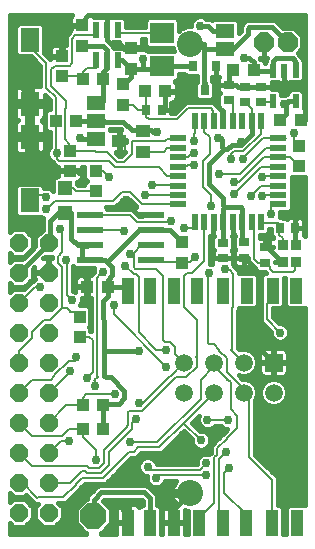
<source format=gtl>
G75*
%MOIN*%
%OFA0B0*%
%FSLAX24Y24*%
%IPPOS*%
%LPD*%
%AMOC8*
5,1,8,0,0,1.08239X$1,22.5*
%
%ADD10R,0.0866X0.0236*%
%ADD11R,0.0450X0.0400*%
%ADD12R,0.0433X0.0394*%
%ADD13R,0.0413X0.0425*%
%ADD14R,0.0591X0.0591*%
%ADD15C,0.0591*%
%ADD16R,0.0425X0.0413*%
%ADD17R,0.0394X0.0433*%
%ADD18R,0.0787X0.0709*%
%ADD19R,0.0276X0.0354*%
%ADD20OC8,0.0660*%
%ADD21OC8,0.0600*%
%ADD22R,0.0200X0.0580*%
%ADD23R,0.0580X0.0200*%
%ADD24R,0.0354X0.0276*%
%ADD25R,0.0472X0.0472*%
%ADD26R,0.0630X0.0787*%
%ADD27R,0.0217X0.0472*%
%ADD28R,0.0630X0.0460*%
%ADD29C,0.0868*%
%ADD30R,0.0220X0.0520*%
%ADD31R,0.0310X0.0350*%
%ADD32R,0.0420X0.0860*%
%ADD33OC8,0.0850*%
%ADD34R,0.0335X0.0374*%
%ADD35C,0.0160*%
%ADD36C,0.0080*%
%ADD37C,0.0300*%
D10*
X005824Y014301D03*
X005824Y014801D03*
X005824Y015301D03*
X005824Y015801D03*
X007871Y015801D03*
X007871Y015301D03*
X007871Y014801D03*
X007871Y014301D03*
D11*
X007610Y017919D03*
X007610Y018619D03*
X006810Y018269D03*
D12*
X006020Y017261D03*
X006020Y016592D03*
X005162Y017279D03*
X005162Y017949D03*
X004891Y020428D03*
X004891Y021097D03*
X007653Y019925D03*
X008322Y019925D03*
X008899Y014889D03*
X008899Y014219D03*
X012793Y017433D03*
X012793Y018102D03*
D13*
X012862Y018986D03*
X012173Y018986D03*
X011294Y020640D03*
X010605Y020640D03*
X006419Y013417D03*
X005730Y013417D03*
D14*
X011949Y010885D03*
D15*
X011949Y009885D03*
X010949Y009885D03*
X010949Y010885D03*
X009949Y010885D03*
X009949Y009885D03*
X008949Y009885D03*
X008949Y010885D03*
D16*
X007184Y020684D03*
X007184Y021373D03*
X005569Y021434D03*
X005569Y022123D03*
D17*
X005589Y020339D03*
X006259Y020339D03*
X006931Y020155D03*
X006931Y019485D03*
X005350Y018944D03*
X004681Y018944D03*
X005482Y012413D03*
X005482Y011743D03*
X005600Y009465D03*
X005596Y008660D03*
X006265Y008660D03*
X006270Y009465D03*
D18*
X008228Y020770D03*
X008228Y021872D03*
D19*
X008214Y019304D03*
X007702Y019304D03*
X012149Y015378D03*
X012661Y015378D03*
D20*
X012421Y021557D03*
X011633Y021557D03*
D21*
X004457Y014874D03*
X004457Y013874D03*
X004457Y012874D03*
X004457Y011874D03*
X004457Y010874D03*
X004457Y009874D03*
X004457Y008874D03*
X004457Y007874D03*
X004457Y006874D03*
X004457Y005874D03*
X003457Y005874D03*
X003457Y006874D03*
X003457Y007874D03*
X003457Y008874D03*
X003457Y009874D03*
X003457Y010874D03*
X003457Y011874D03*
X003457Y012874D03*
X003457Y013874D03*
X003457Y014874D03*
D22*
X009327Y015586D03*
X009637Y015586D03*
X009957Y015586D03*
X010267Y015586D03*
X010587Y015586D03*
X010897Y015586D03*
X011217Y015586D03*
X011527Y015586D03*
X011527Y018926D03*
X011217Y018926D03*
X010897Y018926D03*
X010587Y018926D03*
X010267Y018926D03*
X009957Y018926D03*
X009637Y018926D03*
X009327Y018926D03*
D23*
X008757Y018356D03*
X008757Y018046D03*
X008757Y017726D03*
X008757Y017416D03*
X008757Y017096D03*
X008757Y016786D03*
X008757Y016466D03*
X008757Y016156D03*
X012097Y016156D03*
X012097Y016466D03*
X012097Y016786D03*
X012097Y017096D03*
X012097Y017416D03*
X012097Y017726D03*
X012097Y018046D03*
X012097Y018356D03*
D24*
X011528Y019568D03*
X011528Y020080D03*
X010995Y020071D03*
X010995Y019559D03*
X010448Y019631D03*
X010448Y020143D03*
X010249Y014874D03*
X010249Y014362D03*
X010973Y014383D03*
X010973Y014895D03*
X011656Y014724D03*
X011656Y014213D03*
D25*
X005007Y015869D03*
X005007Y016696D03*
D26*
X003819Y016288D03*
X003819Y018414D03*
X003820Y019519D03*
X003820Y021645D03*
D27*
X011934Y020616D03*
X012308Y020616D03*
X012682Y020616D03*
X012682Y019592D03*
X011934Y019592D03*
D28*
X010314Y021346D03*
X010314Y021946D03*
X006030Y019530D03*
X006030Y018930D03*
X006030Y018330D03*
D29*
X009173Y021499D03*
X009173Y006551D03*
D30*
X006764Y020960D03*
X006394Y020960D03*
X006024Y020960D03*
X006024Y021980D03*
X006394Y021980D03*
X006764Y021980D03*
D31*
X009272Y020758D03*
X009652Y019958D03*
X010032Y020758D03*
D32*
X010252Y013286D03*
X011076Y013286D03*
X011914Y013286D03*
X012701Y013286D03*
X009402Y013286D03*
X008614Y013286D03*
X007827Y013286D03*
X007102Y013286D03*
X007102Y005549D03*
X007827Y005549D03*
X008614Y005549D03*
X009464Y005549D03*
X010252Y005549D03*
X011039Y005549D03*
X011889Y005549D03*
X012727Y005549D03*
D33*
X005946Y005766D03*
D34*
X012247Y014225D03*
X012700Y014225D03*
X012700Y014795D03*
X012247Y014795D03*
D35*
X003160Y005520D02*
X003160Y005186D01*
X005698Y005186D01*
X005361Y005524D01*
X005361Y006008D01*
X005703Y006351D01*
X005730Y006351D01*
X005730Y006366D01*
X005766Y006454D01*
X005834Y006521D01*
X006074Y006761D01*
X006162Y006798D01*
X007689Y006798D01*
X007778Y006761D01*
X007845Y006694D01*
X008030Y006509D01*
X008067Y006420D01*
X008067Y006139D01*
X008103Y006139D01*
X008197Y006046D01*
X008197Y005186D01*
X008224Y005186D01*
X008224Y005524D01*
X008589Y005524D01*
X008589Y005574D01*
X008224Y005574D01*
X008224Y006003D01*
X008237Y006049D01*
X008260Y006090D01*
X008294Y006123D01*
X008335Y006147D01*
X008381Y006159D01*
X008589Y006159D01*
X008589Y005574D01*
X008639Y005574D01*
X009004Y005574D01*
X009004Y005960D01*
X009029Y005952D01*
X009094Y005941D01*
X009094Y005186D01*
X009004Y005186D01*
X009004Y005524D01*
X008639Y005524D01*
X008639Y005574D01*
X008639Y006159D01*
X008698Y006159D01*
X008648Y006229D01*
X008604Y006315D01*
X008574Y006407D01*
X008561Y006486D01*
X009108Y006486D01*
X009108Y006615D01*
X008561Y006615D01*
X008574Y006694D01*
X008604Y006786D01*
X008648Y006872D01*
X008698Y006942D01*
X008325Y006942D01*
X008288Y006854D01*
X008201Y006767D01*
X008087Y006720D01*
X007964Y006720D01*
X007850Y006767D01*
X007763Y006854D01*
X007716Y006968D01*
X007716Y007092D01*
X007721Y007104D01*
X007692Y007104D01*
X007578Y007151D01*
X007491Y007238D01*
X007444Y007352D01*
X007444Y007476D01*
X007491Y007590D01*
X007578Y007677D01*
X007692Y007724D01*
X007815Y007724D01*
X007929Y007677D01*
X008016Y007590D01*
X008053Y007502D01*
X009396Y007502D01*
X009396Y007588D01*
X009443Y007702D01*
X009530Y007789D01*
X009644Y007836D01*
X009767Y007836D01*
X009788Y007827D01*
X009858Y007897D01*
X009858Y008105D01*
X009975Y008222D01*
X010210Y008457D01*
X010210Y008465D01*
X010258Y008513D01*
X010299Y008568D01*
X010315Y008571D01*
X010409Y008664D01*
X010372Y008664D01*
X010258Y008711D01*
X010187Y008782D01*
X009984Y008782D01*
X009921Y008719D01*
X009807Y008672D01*
X009684Y008672D01*
X009570Y008719D01*
X009483Y008806D01*
X009436Y008920D01*
X009436Y009044D01*
X009459Y009101D01*
X009232Y008874D01*
X009502Y008604D01*
X009591Y008604D01*
X009705Y008557D01*
X009792Y008470D01*
X009840Y008356D01*
X009840Y008232D01*
X009792Y008118D01*
X009705Y008031D01*
X009591Y007984D01*
X009468Y007984D01*
X009354Y008031D01*
X009267Y008118D01*
X009220Y008232D01*
X009220Y008321D01*
X008950Y008591D01*
X008338Y007979D01*
X008338Y007979D01*
X008220Y007862D01*
X007524Y007862D01*
X007458Y007796D01*
X007441Y007755D01*
X007402Y007740D01*
X007372Y007710D01*
X007348Y007710D01*
X007332Y007694D01*
X007288Y007694D01*
X007247Y007678D01*
X007209Y007694D01*
X007204Y007694D01*
X006363Y006852D01*
X006348Y006838D01*
X005652Y006838D01*
X005554Y006739D01*
X005554Y006731D01*
X005546Y006724D01*
X005505Y006683D01*
X005464Y006628D01*
X005448Y006625D01*
X005436Y006614D01*
X005436Y006614D01*
X005028Y006206D01*
X004775Y006206D01*
X004917Y006064D01*
X004917Y005683D01*
X004647Y005414D01*
X004266Y005414D01*
X003997Y005683D01*
X003997Y006064D01*
X004107Y006175D01*
X004059Y006182D01*
X003991Y006182D01*
X003979Y006193D01*
X003963Y006196D01*
X003922Y006251D01*
X003703Y006470D01*
X003647Y006414D01*
X003266Y006414D01*
X003160Y006520D01*
X003160Y006227D01*
X003266Y006334D01*
X003647Y006334D01*
X003917Y006064D01*
X003917Y005683D01*
X003647Y005414D01*
X003266Y005414D01*
X003160Y005520D01*
X003160Y005509D02*
X003171Y005509D01*
X003160Y005350D02*
X005534Y005350D01*
X005693Y005192D02*
X003160Y005192D01*
X003742Y005509D02*
X004171Y005509D01*
X004013Y005667D02*
X003900Y005667D01*
X003917Y005826D02*
X003997Y005826D01*
X003997Y005984D02*
X003917Y005984D01*
X003838Y006143D02*
X004075Y006143D01*
X003872Y006301D02*
X003680Y006301D01*
X003693Y006460D02*
X003713Y006460D01*
X003220Y006460D02*
X003160Y006460D01*
X003160Y006301D02*
X003233Y006301D01*
X004742Y005509D02*
X005376Y005509D01*
X005361Y005667D02*
X004900Y005667D01*
X004917Y005826D02*
X005361Y005826D01*
X005361Y005984D02*
X004917Y005984D01*
X004838Y006143D02*
X005495Y006143D01*
X005653Y006301D02*
X005123Y006301D01*
X005282Y006460D02*
X005772Y006460D01*
X005930Y006618D02*
X005440Y006618D01*
X005591Y006777D02*
X006110Y006777D01*
X006210Y006558D02*
X005970Y006318D01*
X005970Y005790D01*
X005946Y005766D01*
X006198Y005192D02*
X006712Y005192D01*
X006712Y005186D02*
X006193Y005186D01*
X006531Y005524D01*
X006531Y006008D01*
X006265Y006274D01*
X006309Y006318D01*
X007542Y006318D01*
X007587Y006273D01*
X007587Y006139D01*
X007551Y006139D01*
X007473Y006061D01*
X007456Y006090D01*
X007423Y006123D01*
X007381Y006147D01*
X007336Y006159D01*
X007127Y006159D01*
X007127Y005574D01*
X007077Y005574D01*
X007077Y005524D01*
X006712Y005524D01*
X006712Y005186D01*
X006712Y005350D02*
X006357Y005350D01*
X006515Y005509D02*
X006712Y005509D01*
X006712Y005574D02*
X007077Y005574D01*
X007077Y006159D01*
X006868Y006159D01*
X006823Y006147D01*
X006781Y006123D01*
X006748Y006090D01*
X006724Y006049D01*
X006712Y006003D01*
X006712Y005574D01*
X006712Y005667D02*
X006531Y005667D01*
X006531Y005826D02*
X006712Y005826D01*
X006712Y005984D02*
X006531Y005984D01*
X006396Y006143D02*
X006815Y006143D01*
X006722Y006190D02*
X007106Y005806D01*
X007106Y005550D01*
X007102Y005549D01*
X007077Y005667D02*
X007127Y005667D01*
X007127Y005826D02*
X007077Y005826D01*
X007077Y005984D02*
X007127Y005984D01*
X007127Y006143D02*
X007077Y006143D01*
X007389Y006143D02*
X007587Y006143D01*
X007559Y006301D02*
X006292Y006301D01*
X006210Y006558D02*
X007642Y006558D01*
X007827Y006373D01*
X007827Y005549D01*
X008197Y005509D02*
X008224Y005509D01*
X008224Y005667D02*
X008197Y005667D01*
X008197Y005826D02*
X008224Y005826D01*
X008224Y005984D02*
X008197Y005984D01*
X008362Y006038D02*
X008210Y006190D01*
X008327Y006143D02*
X008067Y006143D01*
X008067Y006301D02*
X008611Y006301D01*
X008589Y006143D02*
X008639Y006143D01*
X008546Y006038D02*
X008618Y005998D01*
X009170Y006550D01*
X009173Y006551D01*
X009094Y005826D02*
X009004Y005826D01*
X009004Y005667D02*
X009094Y005667D01*
X009094Y005509D02*
X009004Y005509D01*
X009004Y005350D02*
X009094Y005350D01*
X009094Y005192D02*
X009004Y005192D01*
X008618Y005550D02*
X008614Y005549D01*
X008618Y005550D02*
X008618Y005998D01*
X008639Y005984D02*
X008589Y005984D01*
X008546Y006038D02*
X008362Y006038D01*
X008589Y005826D02*
X008639Y005826D01*
X008639Y005667D02*
X008589Y005667D01*
X008224Y005350D02*
X008197Y005350D01*
X008197Y005192D02*
X008224Y005192D01*
X008051Y006460D02*
X008565Y006460D01*
X008562Y006618D02*
X007921Y006618D01*
X007841Y006777D02*
X007741Y006777D01*
X007729Y006935D02*
X006445Y006935D01*
X006604Y007094D02*
X007716Y007094D01*
X007485Y007252D02*
X006762Y007252D01*
X006921Y007411D02*
X007444Y007411D01*
X007482Y007569D02*
X007079Y007569D01*
X007390Y007728D02*
X009469Y007728D01*
X009396Y007569D02*
X008025Y007569D01*
X008244Y007886D02*
X009847Y007886D01*
X009858Y008045D02*
X009719Y008045D01*
X009827Y008203D02*
X009956Y008203D01*
X009837Y008362D02*
X010114Y008362D01*
X010263Y008520D02*
X009742Y008520D01*
X009668Y008679D02*
X009428Y008679D01*
X009470Y008837D02*
X009269Y008837D01*
X009354Y008996D02*
X009436Y008996D01*
X009021Y008520D02*
X008878Y008520D01*
X008720Y008362D02*
X009179Y008362D01*
X009232Y008203D02*
X008561Y008203D01*
X008403Y008045D02*
X009341Y008045D01*
X009823Y008679D02*
X010337Y008679D01*
X011404Y009976D02*
X011335Y010143D01*
X011207Y010271D01*
X011039Y010340D01*
X010910Y010340D01*
X010794Y010456D01*
X010858Y010430D01*
X011039Y010430D01*
X011207Y010499D01*
X011335Y010627D01*
X011404Y010794D01*
X011404Y010976D01*
X011335Y011143D01*
X011207Y011271D01*
X011039Y011340D01*
X010858Y011340D01*
X010810Y011320D01*
X010770Y011361D01*
X010770Y012611D01*
X010802Y012643D01*
X010802Y012696D01*
X011353Y012696D01*
X011446Y012790D01*
X011446Y013782D01*
X011353Y013876D01*
X010802Y013876D01*
X010802Y013929D01*
X010682Y014049D01*
X010639Y014091D01*
X010608Y014166D01*
X010599Y014175D01*
X010606Y014200D01*
X010606Y014362D01*
X010606Y014523D01*
X010594Y014569D01*
X010570Y014610D01*
X010549Y014632D01*
X010586Y014670D01*
X010586Y015078D01*
X010548Y015116D01*
X010587Y015116D01*
X010587Y015586D01*
X010587Y015586D01*
X010587Y015116D01*
X010653Y015116D01*
X010636Y015099D01*
X010636Y014691D01*
X010674Y014653D01*
X010652Y014631D01*
X010628Y014590D01*
X010616Y014544D01*
X010616Y014383D01*
X010973Y014383D01*
X010973Y014383D01*
X010616Y014383D01*
X010616Y014221D01*
X010628Y014176D01*
X010652Y014135D01*
X010685Y014101D01*
X010727Y014077D01*
X010772Y014065D01*
X010973Y014065D01*
X010973Y014383D01*
X011050Y014382D01*
X011082Y014382D01*
X011082Y014262D01*
X011282Y014062D01*
X011282Y013918D01*
X011306Y013894D01*
X011458Y013894D01*
X011498Y013854D01*
X011498Y013838D01*
X011522Y013766D01*
X011522Y011574D01*
X012290Y011574D01*
X012914Y012198D01*
X012914Y012342D01*
X012922Y012350D01*
X013000Y012324D02*
X012006Y012324D01*
X011922Y012409D02*
X012134Y012196D01*
X012223Y012196D01*
X012337Y012149D01*
X012424Y012062D01*
X012472Y011948D01*
X012472Y011824D01*
X012424Y011710D01*
X012337Y011623D01*
X012223Y011576D01*
X012100Y011576D01*
X011986Y011623D01*
X011899Y011710D01*
X011852Y011824D01*
X011852Y011913D01*
X011639Y012126D01*
X011522Y012243D01*
X011522Y012929D01*
X011544Y012951D01*
X011544Y013782D01*
X011638Y013876D01*
X011681Y013876D01*
X011642Y013915D01*
X011413Y013915D01*
X011319Y014008D01*
X011319Y014029D01*
X011253Y014096D01*
X011220Y014077D01*
X011174Y014065D01*
X010973Y014065D01*
X010973Y014383D01*
X010966Y014384D01*
X010696Y014384D01*
X010676Y014404D01*
X010616Y014454D01*
X010526Y014364D01*
X010256Y014364D01*
X010249Y014362D01*
X010249Y014362D01*
X009892Y014362D01*
X009892Y014523D01*
X009904Y014569D01*
X009928Y014610D01*
X009950Y014632D01*
X009912Y014670D01*
X009912Y015078D01*
X009951Y015116D01*
X009834Y015116D01*
X009834Y014187D01*
X009826Y014180D01*
X009847Y014180D01*
X009904Y014157D01*
X009892Y014200D01*
X009892Y014362D01*
X010249Y014362D01*
X010166Y014364D01*
X009976Y014364D01*
X009960Y014394D01*
X009938Y014438D01*
X009938Y014518D01*
X009890Y014566D01*
X009890Y015062D01*
X009914Y015086D01*
X009914Y015294D01*
X009954Y015334D01*
X009954Y015582D01*
X009957Y015586D01*
X010267Y015586D02*
X010266Y015662D01*
X010266Y015838D01*
X010274Y015846D01*
X010274Y016014D01*
X010314Y016054D01*
X010274Y016126D01*
X010274Y016358D01*
X009810Y016822D01*
X009810Y017518D01*
X010274Y017982D01*
X010282Y017990D01*
X010242Y018062D01*
X010242Y018286D01*
X010226Y018302D01*
X010098Y018374D01*
X010186Y018374D01*
X010282Y017990D02*
X010402Y017990D01*
X010554Y018142D01*
X010858Y018142D01*
X010898Y018182D01*
X010850Y018230D01*
X010898Y018182D02*
X011226Y018510D01*
X011226Y018670D01*
X011218Y018678D01*
X011218Y018854D01*
X011217Y018926D01*
X011216Y019004D01*
X011250Y020070D02*
X011074Y020070D01*
X010995Y020071D01*
X010994Y020070D01*
X010762Y020070D01*
X010690Y020142D01*
X010522Y020142D01*
X010448Y020143D01*
X010448Y020143D01*
X010091Y020143D01*
X010091Y020304D01*
X010103Y020350D01*
X010127Y020391D01*
X010139Y020403D01*
X010032Y020403D01*
X010032Y020758D01*
X010032Y020758D01*
X010034Y020750D01*
X010034Y020390D01*
X009994Y020318D01*
X009994Y020134D01*
X010186Y020134D01*
X010194Y020142D01*
X010370Y020142D01*
X010448Y020143D01*
X010448Y020483D01*
X010605Y020640D01*
X010448Y020143D02*
X010091Y020143D01*
X010091Y019981D01*
X010103Y019936D01*
X010127Y019894D01*
X010148Y019873D01*
X010111Y019835D01*
X010111Y019427D01*
X010142Y019396D01*
X010117Y019389D01*
X010028Y019478D01*
X009948Y019558D01*
X009015Y019558D01*
X008898Y019441D01*
X008647Y019190D01*
X008531Y019190D01*
X008531Y019304D01*
X008531Y019505D01*
X008520Y019548D01*
X008562Y019548D01*
X008608Y019560D01*
X008649Y019584D01*
X008682Y019618D01*
X008706Y019659D01*
X008718Y019704D01*
X008718Y019906D01*
X008340Y019906D01*
X008340Y019943D01*
X008718Y019943D01*
X008718Y020145D01*
X008706Y020191D01*
X008682Y020232D01*
X008659Y020256D01*
X008688Y020256D01*
X008782Y020349D01*
X008782Y020518D01*
X008957Y020518D01*
X008957Y020517D01*
X009050Y020423D01*
X009402Y020423D01*
X009402Y020264D01*
X009337Y020199D01*
X009337Y019717D01*
X009430Y019623D01*
X009873Y019623D01*
X009967Y019717D01*
X009967Y020199D01*
X009882Y020284D01*
X009882Y020403D01*
X010032Y020403D01*
X010032Y020758D01*
X010032Y020725D02*
X010032Y020725D01*
X010032Y020566D02*
X010032Y020566D01*
X010032Y020408D02*
X010032Y020408D01*
X010091Y020249D02*
X009917Y020249D01*
X009994Y020134D02*
X009994Y019630D01*
X009954Y019558D01*
X010202Y019310D01*
X010226Y019310D01*
X010258Y019278D01*
X010258Y019190D01*
X010266Y019182D01*
X010266Y019014D01*
X010267Y018926D01*
X010266Y018934D01*
X010111Y019457D02*
X010050Y019457D01*
X009954Y019558D02*
X009098Y019558D01*
X008810Y019846D01*
X008770Y019918D01*
X008586Y019918D01*
X008578Y019926D01*
X008323Y019926D01*
X008322Y019925D01*
X008322Y019412D01*
X008214Y019304D01*
X008531Y019304D01*
X008214Y019304D01*
X008214Y019304D01*
X008531Y019298D02*
X008755Y019298D01*
X008913Y019457D02*
X008531Y019457D01*
X008680Y019615D02*
X010111Y019615D01*
X010111Y019774D02*
X009967Y019774D01*
X009967Y019932D02*
X010105Y019932D01*
X010091Y020091D02*
X009967Y020091D01*
X009650Y020206D02*
X009650Y019958D01*
X009652Y019958D01*
X009650Y020206D02*
X009642Y020214D01*
X009642Y021334D01*
X010050Y021334D01*
X010058Y021342D01*
X010306Y021342D01*
X010314Y021346D01*
X010394Y021342D01*
X010610Y021342D01*
X011090Y021822D01*
X011090Y021998D01*
X011130Y022070D01*
X011906Y022070D01*
X012418Y021558D01*
X012421Y021557D01*
X012756Y021200D02*
X013000Y021200D01*
X013000Y021042D02*
X012892Y021042D01*
X012899Y021025D02*
X012877Y021078D01*
X012810Y021145D01*
X012756Y021199D01*
X012911Y021355D01*
X012911Y021760D01*
X012624Y022047D01*
X012268Y022047D01*
X012109Y022206D01*
X012042Y022273D01*
X011953Y022310D01*
X011143Y022310D01*
X011110Y022314D01*
X011096Y022310D01*
X011082Y022310D01*
X011050Y022297D01*
X011018Y022288D01*
X011007Y022279D01*
X010994Y022273D01*
X010970Y022249D01*
X010943Y022228D01*
X010936Y022216D01*
X010926Y022206D01*
X010913Y022175D01*
X010896Y022144D01*
X010886Y022134D01*
X010873Y022103D01*
X010857Y022073D01*
X010855Y022059D01*
X010850Y022046D01*
X010850Y022012D01*
X010846Y021978D01*
X010850Y021964D01*
X010850Y021921D01*
X010789Y021860D01*
X010789Y022242D01*
X010695Y022336D01*
X009932Y022336D01*
X009911Y022315D01*
X009825Y022350D01*
X009704Y022350D01*
X009681Y022373D01*
X009567Y022420D01*
X009444Y022420D01*
X009330Y022373D01*
X009243Y022286D01*
X009196Y022172D01*
X009196Y022093D01*
X009055Y022093D01*
X008836Y022003D01*
X008782Y021948D01*
X008782Y022293D01*
X008688Y022387D01*
X007768Y022387D01*
X007674Y022293D01*
X007674Y022070D01*
X007034Y022070D01*
X007034Y022306D01*
X006940Y022400D01*
X006587Y022400D01*
X006573Y022408D01*
X006527Y022420D01*
X006394Y022420D01*
X006394Y021980D01*
X006394Y021649D01*
X006394Y021649D01*
X006394Y021980D01*
X006394Y021980D01*
X006394Y021980D01*
X006394Y022054D01*
X006394Y022334D01*
X006522Y022462D01*
X011634Y022462D01*
X011634Y022390D01*
X011634Y022462D02*
X012562Y022462D01*
X012586Y022438D01*
X012626Y022366D01*
X012994Y021998D01*
X012994Y020198D01*
X012394Y020198D01*
X012362Y020230D01*
X012298Y020278D01*
X012298Y020358D01*
X012306Y020366D01*
X012306Y020614D01*
X012308Y020616D01*
X012308Y020200D01*
X012440Y020200D01*
X012485Y020212D01*
X012504Y020223D01*
X012507Y020220D01*
X012856Y020220D01*
X012950Y020313D01*
X012950Y020918D01*
X012914Y020955D01*
X012914Y020990D01*
X012899Y021025D01*
X012810Y021145D02*
X012810Y021145D01*
X012911Y021359D02*
X013000Y021359D01*
X013000Y021517D02*
X012911Y021517D01*
X012911Y021676D02*
X013000Y021676D01*
X013000Y021834D02*
X012837Y021834D01*
X012679Y021993D02*
X013000Y021993D01*
X013000Y022151D02*
X012164Y022151D01*
X011954Y022310D02*
X013000Y022310D01*
X013000Y022468D02*
X005898Y022468D01*
X005896Y022470D02*
X013000Y022470D01*
X013000Y019379D01*
X012950Y019379D01*
X012950Y019895D01*
X012856Y019988D01*
X012507Y019988D01*
X012413Y019895D01*
X012413Y019832D01*
X012388Y019832D01*
X012339Y019812D01*
X012220Y019812D01*
X012202Y019805D01*
X012202Y019895D01*
X012108Y019988D01*
X011885Y019988D01*
X011885Y020080D01*
X011885Y020220D01*
X012108Y020220D01*
X012111Y020223D01*
X012130Y020212D01*
X012176Y020200D01*
X012308Y020200D01*
X012308Y020616D01*
X012308Y020616D01*
X012308Y020566D02*
X012308Y020566D01*
X012308Y020408D02*
X012308Y020408D01*
X012298Y020278D02*
X012098Y020078D01*
X011610Y020078D01*
X011528Y020080D01*
X011885Y020080D01*
X011528Y020080D01*
X011528Y020080D01*
X011522Y020078D01*
X011258Y020078D01*
X011250Y020070D01*
X011318Y020616D02*
X011294Y020640D01*
X011298Y020718D01*
X011298Y020894D01*
X011146Y021046D01*
X010954Y021046D01*
X011318Y020616D02*
X011934Y020616D01*
X011930Y020622D01*
X011930Y020934D01*
X012026Y021030D01*
X012586Y021030D01*
X012674Y020942D01*
X012674Y020878D01*
X012682Y020870D01*
X012682Y020622D01*
X012682Y020616D01*
X012950Y020566D02*
X013000Y020566D01*
X013000Y020408D02*
X012950Y020408D01*
X013000Y020249D02*
X012886Y020249D01*
X012994Y020198D02*
X012994Y020022D01*
X012922Y020022D01*
X012982Y019962D01*
X012982Y018986D01*
X012994Y018974D01*
X013000Y018981D02*
X012885Y018981D01*
X012885Y018963D02*
X012885Y019009D01*
X013000Y019009D01*
X013000Y018963D01*
X012885Y018963D01*
X012862Y018986D02*
X012982Y018986D01*
X013000Y019457D02*
X012950Y019457D01*
X012950Y019615D02*
X013000Y019615D01*
X013000Y019774D02*
X012950Y019774D01*
X012913Y019932D02*
X013000Y019932D01*
X013000Y020091D02*
X011885Y020091D01*
X012165Y019932D02*
X012451Y019932D01*
X012308Y020249D02*
X012308Y020249D01*
X012436Y019592D02*
X012362Y019518D01*
X012362Y019502D01*
X012282Y019502D01*
X012362Y019502D02*
X012362Y019174D01*
X012173Y018986D01*
X012436Y019592D02*
X012682Y019592D01*
X012950Y020725D02*
X013000Y020725D01*
X013000Y020883D02*
X012950Y020883D01*
X011717Y021047D02*
X011690Y020982D01*
X011690Y020943D01*
X011665Y020918D01*
X011665Y020856D01*
X011661Y020856D01*
X011661Y020919D01*
X011567Y021013D01*
X011508Y021013D01*
X011501Y021030D01*
X011484Y021047D01*
X011633Y021047D01*
X011633Y021557D01*
X011633Y021557D01*
X011633Y021047D01*
X011717Y021047D01*
X011714Y021042D02*
X011489Y021042D01*
X011633Y021200D02*
X011633Y021200D01*
X011633Y021359D02*
X011633Y021359D01*
X011633Y021517D02*
X011633Y021517D01*
X011661Y020883D02*
X011665Y020883D01*
X010900Y022151D02*
X010789Y022151D01*
X010789Y021993D02*
X010847Y021993D01*
X010721Y022310D02*
X011081Y022310D01*
X010314Y021946D02*
X010306Y021942D01*
X009946Y021942D01*
X009778Y022110D01*
X009506Y022110D01*
X009267Y022310D02*
X008765Y022310D01*
X008782Y022151D02*
X009196Y022151D01*
X008826Y021993D02*
X008782Y021993D01*
X008588Y021358D02*
X008619Y021284D01*
X007768Y021284D01*
X007765Y021282D01*
X007663Y021324D01*
X007577Y021324D01*
X007577Y021350D01*
X007207Y021350D01*
X007207Y021396D01*
X007577Y021396D01*
X007577Y021603D01*
X007564Y021649D01*
X007552Y021670D01*
X007674Y021670D01*
X007674Y021452D01*
X007768Y021358D01*
X008588Y021358D01*
X008447Y020770D02*
X008228Y020770D01*
X008142Y020684D01*
X007602Y020684D01*
X007602Y021014D01*
X007602Y020684D02*
X007184Y020684D01*
X006908Y020960D01*
X006764Y020960D01*
X006791Y021396D02*
X007161Y021396D01*
X007161Y021350D01*
X006970Y021350D01*
X006940Y021380D01*
X006620Y021380D01*
X006610Y021403D01*
X006589Y021454D01*
X006588Y021455D01*
X006503Y021540D01*
X006527Y021540D01*
X006573Y021552D01*
X006587Y021560D01*
X006587Y021560D01*
X006791Y021560D01*
X006791Y021396D01*
X006791Y021517D02*
X006526Y021517D01*
X006506Y021542D02*
X006402Y021646D01*
X006402Y021718D01*
X006394Y021726D01*
X006394Y021902D01*
X006394Y021980D01*
X006394Y022420D01*
X006260Y022420D01*
X006214Y022408D01*
X006200Y022400D01*
X005949Y022400D01*
X005926Y022440D01*
X005896Y022470D01*
X005778Y022462D02*
X005602Y022286D01*
X005602Y022198D01*
X005569Y022123D01*
X005562Y022126D01*
X005306Y022126D01*
X005090Y021910D01*
X005030Y021859D01*
X004938Y021766D01*
X004858Y021798D01*
X004810Y021798D01*
X004386Y022222D01*
X004314Y022262D01*
X003698Y022262D01*
X003626Y022270D01*
X003378Y022270D01*
X003162Y022054D01*
X003162Y020430D01*
X003818Y019774D01*
X003818Y019598D01*
X003820Y019519D01*
X003818Y019518D01*
X003818Y018414D01*
X003819Y018414D01*
X003818Y018334D01*
X003818Y018158D01*
X004218Y017758D01*
X004226Y017766D01*
X004218Y017758D02*
X004698Y017278D01*
X005082Y017278D01*
X005162Y017279D01*
X005242Y017278D01*
X005410Y017278D01*
X005586Y017102D01*
X005586Y016950D01*
X005594Y016950D01*
X005626Y016982D01*
X005626Y017022D01*
X005644Y016998D02*
X005715Y016926D01*
X005644Y016855D01*
X005644Y016790D01*
X005444Y016790D01*
X005404Y016831D01*
X005404Y016903D01*
X005448Y016915D01*
X005489Y016938D01*
X005522Y016972D01*
X005546Y017013D01*
X005558Y017059D01*
X005558Y017261D01*
X005180Y017261D01*
X005180Y017298D01*
X005558Y017298D01*
X005558Y017414D01*
X005644Y017414D01*
X005644Y016998D01*
X005644Y017079D02*
X005558Y017079D01*
X005558Y017238D02*
X005644Y017238D01*
X005644Y017396D02*
X005558Y017396D01*
X005458Y016921D02*
X005709Y016921D01*
X005143Y017261D02*
X004765Y017261D01*
X004765Y017092D01*
X004705Y017092D01*
X004611Y016998D01*
X004611Y016595D01*
X004553Y016653D01*
X004439Y016700D01*
X004316Y016700D01*
X004294Y016691D01*
X004294Y016748D01*
X004200Y016841D01*
X003438Y016841D01*
X003344Y016748D01*
X003344Y015828D01*
X003438Y015734D01*
X004200Y015734D01*
X004205Y015739D01*
X004273Y015710D01*
X004250Y015654D01*
X004250Y015317D01*
X003997Y015064D01*
X003997Y014753D01*
X003577Y014334D01*
X003266Y014334D01*
X003160Y014227D01*
X003160Y014520D01*
X003266Y014414D01*
X003647Y014414D01*
X003917Y014683D01*
X003917Y015064D01*
X003647Y015334D01*
X003266Y015334D01*
X003160Y015227D01*
X003160Y022470D01*
X005243Y022470D01*
X005213Y022440D01*
X005189Y022399D01*
X005177Y022353D01*
X005177Y022146D01*
X005546Y022146D01*
X005546Y022100D01*
X005177Y022100D01*
X005177Y021920D01*
X005132Y021875D01*
X005130Y021873D01*
X005093Y021836D01*
X005018Y021761D01*
X005018Y021505D01*
X005018Y021505D01*
X005018Y021474D01*
X004910Y021474D01*
X004910Y021116D01*
X004873Y021116D01*
X004873Y021474D01*
X004651Y021474D01*
X004605Y021462D01*
X004564Y021438D01*
X004531Y021405D01*
X004507Y021363D01*
X004495Y021318D01*
X004495Y021116D01*
X004873Y021116D01*
X004873Y021079D01*
X004495Y021079D01*
X004495Y021012D01*
X004295Y021211D01*
X004295Y022105D01*
X004202Y022199D01*
X003439Y022199D01*
X003345Y022105D01*
X003345Y021185D01*
X003439Y021092D01*
X003849Y021092D01*
X004170Y020771D01*
X004170Y020090D01*
X004159Y020093D01*
X003898Y020093D01*
X003898Y019597D01*
X004315Y019597D01*
X004315Y019809D01*
X004482Y019643D01*
X004482Y019320D01*
X004417Y019320D01*
X004324Y019226D01*
X004324Y018661D01*
X004417Y018567D01*
X004482Y018567D01*
X004482Y018068D01*
X004451Y018038D01*
X004404Y017924D01*
X004404Y017800D01*
X004451Y017686D01*
X004538Y017599D01*
X004544Y017597D01*
X004610Y017531D01*
X004634Y017507D01*
X004727Y017414D01*
X004765Y017414D01*
X004765Y017298D01*
X005143Y017298D01*
X005143Y017261D01*
X004765Y017238D02*
X003160Y017238D01*
X003160Y017396D02*
X004765Y017396D01*
X004727Y017414D02*
X004727Y017414D01*
X004727Y017414D01*
X004610Y017531D02*
X004610Y017531D01*
X004586Y017555D02*
X003160Y017555D01*
X003160Y017713D02*
X004440Y017713D01*
X004404Y017872D02*
X004237Y017872D01*
X004244Y017876D02*
X004278Y017909D01*
X004302Y017950D01*
X004314Y017996D01*
X004314Y018336D01*
X003896Y018336D01*
X003896Y017840D01*
X004158Y017840D01*
X004203Y017852D01*
X004244Y017876D01*
X004314Y018030D02*
X004448Y018030D01*
X004482Y018189D02*
X004314Y018189D01*
X004482Y018347D02*
X003896Y018347D01*
X003896Y018336D02*
X003896Y018491D01*
X003742Y018491D01*
X003742Y018946D01*
X003743Y018946D01*
X003743Y019442D01*
X003898Y019442D01*
X003898Y019597D01*
X003743Y019597D01*
X003743Y020093D01*
X003482Y020093D01*
X003436Y020081D01*
X003395Y020057D01*
X003361Y020024D01*
X003338Y019983D01*
X003325Y019937D01*
X003325Y019597D01*
X003743Y019597D01*
X003743Y019442D01*
X003325Y019442D01*
X003325Y019102D01*
X003338Y019056D01*
X003361Y019015D01*
X003395Y018982D01*
X003420Y018967D01*
X003394Y018951D01*
X003360Y018918D01*
X003336Y018877D01*
X003324Y018831D01*
X003324Y018491D01*
X003742Y018491D01*
X003742Y018336D01*
X003896Y018336D01*
X003896Y018189D02*
X003742Y018189D01*
X003742Y018336D02*
X003742Y017840D01*
X003480Y017840D01*
X003435Y017852D01*
X003394Y017876D01*
X003360Y017909D01*
X003336Y017950D01*
X003324Y017996D01*
X003324Y018336D01*
X003742Y018336D01*
X003742Y018347D02*
X003160Y018347D01*
X003160Y018189D02*
X003324Y018189D01*
X003324Y018030D02*
X003160Y018030D01*
X003160Y017872D02*
X003401Y017872D01*
X003742Y017872D02*
X003896Y017872D01*
X003896Y018030D02*
X003742Y018030D01*
X003742Y018506D02*
X003896Y018506D01*
X003896Y018491D02*
X003896Y018987D01*
X003898Y018987D01*
X003898Y019442D01*
X004315Y019442D01*
X004315Y019102D01*
X004303Y019056D01*
X004279Y019015D01*
X004246Y018982D01*
X004219Y018966D01*
X004244Y018951D01*
X004278Y018918D01*
X004302Y018877D01*
X004314Y018831D01*
X004314Y018491D01*
X003896Y018491D01*
X003896Y018664D02*
X003742Y018664D01*
X003742Y018823D02*
X003896Y018823D01*
X003896Y018981D02*
X003743Y018981D01*
X003743Y019140D02*
X003898Y019140D01*
X003898Y019298D02*
X003743Y019298D01*
X003743Y019457D02*
X003160Y019457D01*
X003160Y019615D02*
X003325Y019615D01*
X003325Y019774D02*
X003160Y019774D01*
X003160Y019932D02*
X003325Y019932D01*
X003472Y020091D02*
X003160Y020091D01*
X003160Y020249D02*
X004170Y020249D01*
X004169Y020091D02*
X004170Y020091D01*
X004170Y020408D02*
X003160Y020408D01*
X003160Y020566D02*
X004170Y020566D01*
X004170Y020725D02*
X003160Y020725D01*
X003160Y020883D02*
X004058Y020883D01*
X003899Y021042D02*
X003160Y021042D01*
X003160Y021200D02*
X003345Y021200D01*
X003345Y021359D02*
X003160Y021359D01*
X003160Y021517D02*
X003345Y021517D01*
X003345Y021676D02*
X003160Y021676D01*
X003160Y021834D02*
X003345Y021834D01*
X003345Y021993D02*
X003160Y021993D01*
X003160Y022151D02*
X003391Y022151D01*
X003160Y022310D02*
X005177Y022310D01*
X005177Y022151D02*
X004250Y022151D01*
X004295Y021993D02*
X005177Y021993D01*
X005130Y021873D02*
X005130Y021873D01*
X005091Y021834D02*
X004295Y021834D01*
X004295Y021676D02*
X005018Y021676D01*
X004938Y021766D02*
X004938Y021214D01*
X004891Y021097D01*
X004938Y021136D01*
X004910Y021200D02*
X004873Y021200D01*
X004873Y021359D02*
X004910Y021359D01*
X005018Y021517D02*
X004295Y021517D01*
X004295Y021359D02*
X004506Y021359D01*
X004495Y021200D02*
X004306Y021200D01*
X004465Y021042D02*
X004495Y021042D01*
X003898Y020091D02*
X003743Y020091D01*
X003743Y019932D02*
X003898Y019932D01*
X003898Y019774D02*
X003743Y019774D01*
X003743Y019615D02*
X003898Y019615D01*
X003898Y019457D02*
X004482Y019457D01*
X004482Y019615D02*
X004315Y019615D01*
X004315Y019774D02*
X004351Y019774D01*
X004315Y019298D02*
X004395Y019298D01*
X004324Y019140D02*
X004315Y019140D01*
X004324Y018981D02*
X004245Y018981D01*
X004314Y018823D02*
X004324Y018823D01*
X004314Y018664D02*
X004324Y018664D01*
X004314Y018506D02*
X004482Y018506D01*
X005350Y018944D02*
X005363Y018930D01*
X006030Y018930D01*
X006106Y018926D01*
X006282Y018926D01*
X006290Y018918D01*
X006938Y018918D01*
X007234Y018622D01*
X007610Y018622D01*
X007610Y018619D01*
X007690Y018622D01*
X007866Y018622D01*
X007914Y018574D01*
X008066Y018574D01*
X008718Y019774D02*
X009337Y019774D01*
X009337Y019932D02*
X008340Y019932D01*
X008718Y020091D02*
X009337Y020091D01*
X009386Y020249D02*
X008666Y020249D01*
X008782Y020408D02*
X009402Y020408D01*
X009272Y020758D02*
X008460Y020758D01*
X008447Y020770D01*
X007767Y021359D02*
X007207Y021359D01*
X007184Y021373D02*
X007106Y021374D01*
X006954Y021374D01*
X006786Y021542D01*
X006506Y021542D01*
X006589Y021454D02*
X006589Y021454D01*
X006386Y021318D02*
X006386Y021222D01*
X006394Y021214D01*
X006394Y021038D01*
X006394Y020960D01*
X006394Y020958D01*
X006394Y020710D01*
X006258Y020574D01*
X006258Y020414D01*
X006259Y020339D01*
X006259Y019607D01*
X006250Y019598D01*
X006098Y019598D01*
X006030Y019530D01*
X006505Y018678D02*
X006838Y018678D01*
X006867Y018649D01*
X006830Y018649D01*
X006830Y018289D01*
X007042Y018289D01*
X007042Y018249D01*
X006830Y018249D01*
X006830Y017889D01*
X006994Y017889D01*
X006871Y017766D01*
X006812Y017766D01*
X006689Y017889D01*
X006790Y017889D01*
X006790Y018249D01*
X006830Y018249D01*
X006830Y018289D01*
X006790Y018289D01*
X006790Y018649D01*
X006562Y018649D01*
X006516Y018637D01*
X006502Y018629D01*
X006501Y018630D01*
X006505Y018634D01*
X006505Y018678D01*
X006505Y018664D02*
X006852Y018664D01*
X006830Y018506D02*
X006790Y018506D01*
X006790Y018347D02*
X006830Y018347D01*
X006830Y018189D02*
X006790Y018189D01*
X006790Y018030D02*
X006830Y018030D01*
X006707Y017872D02*
X006976Y017872D01*
X006988Y016374D02*
X007079Y016374D01*
X007357Y016096D01*
X007359Y016082D01*
X007327Y016063D01*
X007294Y016030D01*
X007270Y015989D01*
X007263Y015963D01*
X007236Y015990D01*
X006412Y015990D01*
X006348Y016054D01*
X006483Y016054D01*
X006551Y016044D01*
X006564Y016054D01*
X006580Y016054D01*
X006604Y016078D01*
X006692Y016078D01*
X006988Y016374D01*
X007018Y016302D02*
X007018Y016246D01*
X007202Y016062D01*
X007242Y015990D01*
X007474Y015758D01*
X007578Y015758D01*
X007618Y015798D01*
X007866Y015798D01*
X007871Y015801D01*
X007871Y015301D02*
X007794Y015302D01*
X007618Y015302D01*
X007610Y015294D01*
X007458Y015294D01*
X007410Y015230D01*
X006406Y014226D01*
X006458Y014166D01*
X006570Y014054D01*
X006570Y013790D01*
X006418Y013638D01*
X006418Y013494D01*
X006419Y013417D01*
X006418Y013342D01*
X006418Y013094D01*
X006266Y012942D01*
X006266Y012358D01*
X006282Y012286D01*
X006282Y011278D01*
X007450Y011278D01*
X006530Y010390D02*
X006970Y009950D01*
X006970Y009694D01*
X006786Y009510D01*
X006346Y009510D01*
X006270Y009465D01*
X006274Y009542D01*
X006270Y009465D02*
X006274Y009462D01*
X006274Y008918D01*
X006266Y008910D01*
X006266Y008662D01*
X006265Y008660D01*
X006362Y010390D02*
X006290Y010430D01*
X006282Y010438D01*
X006282Y011278D01*
X005874Y011950D02*
X005838Y011950D01*
X005838Y012026D01*
X005787Y012078D01*
X005838Y012130D01*
X005838Y012695D01*
X005745Y012789D01*
X005507Y012789D01*
X005552Y012896D01*
X005552Y013020D01*
X005550Y013024D01*
X005707Y013024D01*
X005707Y013394D01*
X005753Y013394D01*
X005753Y013024D01*
X005850Y013024D01*
X005850Y012963D01*
X005850Y012457D01*
X005850Y012457D01*
X005850Y012374D01*
X005850Y012291D01*
X005858Y012283D01*
X005858Y012195D01*
X005874Y012179D01*
X005874Y011950D01*
X005874Y012007D02*
X005838Y012007D01*
X005838Y012166D02*
X005874Y012166D01*
X005850Y012291D02*
X005850Y012291D01*
X005850Y012291D01*
X005850Y012324D02*
X005838Y012324D01*
X005838Y012483D02*
X005850Y012483D01*
X005838Y012641D02*
X005850Y012641D01*
X005850Y012800D02*
X005511Y012800D01*
X005552Y012958D02*
X005850Y012958D01*
X005850Y012963D02*
X005850Y012963D01*
X005753Y013117D02*
X005707Y013117D01*
X005707Y013275D02*
X005753Y013275D01*
X005707Y013394D02*
X005343Y013394D01*
X005343Y013251D01*
X005303Y013268D01*
X005258Y013268D01*
X005258Y014090D01*
X005324Y014023D01*
X005966Y014023D01*
X005948Y013980D01*
X005948Y013891D01*
X005906Y013849D01*
X005906Y013841D01*
X005874Y013810D01*
X005753Y013810D01*
X005753Y013440D01*
X005707Y013440D01*
X005707Y013394D01*
X005730Y013417D02*
X005730Y013422D01*
X005730Y013670D01*
X005626Y013774D01*
X005546Y013806D01*
X005330Y013806D01*
X005390Y013751D02*
X005258Y013751D01*
X005355Y013699D02*
X005343Y013653D01*
X005343Y013440D01*
X005707Y013440D01*
X005707Y013810D01*
X005500Y013810D01*
X005454Y013797D01*
X005413Y013774D01*
X005379Y013740D01*
X005355Y013699D01*
X005343Y013592D02*
X005258Y013592D01*
X005258Y013434D02*
X005707Y013434D01*
X005707Y013592D02*
X005753Y013592D01*
X005753Y013751D02*
X005707Y013751D01*
X005948Y013909D02*
X005258Y013909D01*
X005258Y014068D02*
X005280Y014068D01*
X005578Y014310D02*
X005578Y014726D01*
X005824Y014801D01*
X005906Y014798D01*
X005824Y014801D02*
X005818Y014798D01*
X005570Y014798D01*
X005562Y014806D01*
X005418Y014806D01*
X005210Y015014D01*
X005210Y015870D01*
X005082Y015870D01*
X005007Y015869D01*
X005002Y015870D01*
X004754Y015870D01*
X004490Y015606D01*
X004490Y014950D01*
X004457Y014874D01*
X003457Y013874D01*
X003160Y013520D02*
X003266Y013414D01*
X003647Y013414D01*
X003917Y013683D01*
X003917Y013994D01*
X003977Y014054D01*
X003977Y013894D01*
X004437Y013894D01*
X004437Y014354D01*
X004276Y014354D01*
X004336Y014414D01*
X004570Y014414D01*
X004570Y014354D01*
X004477Y014354D01*
X004477Y013894D01*
X004437Y013894D01*
X004437Y013854D01*
X003977Y013854D01*
X003977Y013675D01*
X003988Y013663D01*
X003931Y013606D01*
X003903Y013606D01*
X003631Y013334D01*
X003266Y013334D01*
X003160Y013227D01*
X003160Y013520D01*
X003160Y013434D02*
X003246Y013434D01*
X003207Y013275D02*
X003160Y013275D01*
X003667Y013434D02*
X003730Y013434D01*
X003825Y013592D02*
X003889Y013592D01*
X003917Y013751D02*
X003977Y013751D01*
X003977Y013909D02*
X003917Y013909D01*
X003628Y014385D02*
X003160Y014385D01*
X003776Y014543D02*
X003786Y014543D01*
X003917Y014702D02*
X003945Y014702D01*
X003917Y014860D02*
X003997Y014860D01*
X003997Y015019D02*
X003917Y015019D01*
X003804Y015177D02*
X004109Y015177D01*
X004250Y015336D02*
X003160Y015336D01*
X003160Y015494D02*
X004250Y015494D01*
X004250Y015653D02*
X003160Y015653D01*
X003160Y015811D02*
X003361Y015811D01*
X003344Y015970D02*
X003160Y015970D01*
X003160Y016128D02*
X003344Y016128D01*
X003344Y016287D02*
X003160Y016287D01*
X003160Y016445D02*
X003344Y016445D01*
X003344Y016604D02*
X003160Y016604D01*
X003160Y016762D02*
X003358Y016762D01*
X003160Y016921D02*
X004611Y016921D01*
X004611Y016762D02*
X004280Y016762D01*
X004602Y016604D02*
X004611Y016604D01*
X004692Y017079D02*
X003160Y017079D01*
X003160Y018506D02*
X003324Y018506D01*
X003324Y018664D02*
X003160Y018664D01*
X003160Y018823D02*
X003324Y018823D01*
X003396Y018981D02*
X003160Y018981D01*
X003160Y019140D02*
X003325Y019140D01*
X003325Y019298D02*
X003160Y019298D01*
X003160Y022468D02*
X005241Y022468D01*
X005778Y022462D02*
X006266Y022462D01*
X006394Y022334D01*
X006394Y022310D02*
X006394Y022310D01*
X006394Y022151D02*
X006394Y022151D01*
X006394Y021993D02*
X006394Y021993D01*
X006394Y021834D02*
X006394Y021834D01*
X006394Y021676D02*
X006394Y021676D01*
X006258Y021446D02*
X006154Y021446D01*
X006082Y021446D01*
X005581Y021446D01*
X005569Y021434D01*
X006082Y021446D02*
X006082Y021446D01*
X006154Y021446D02*
X006154Y021446D01*
X006258Y021446D02*
X006386Y021318D01*
X006961Y021359D02*
X007161Y021359D01*
X007577Y021517D02*
X007674Y021517D01*
X007674Y022151D02*
X007034Y022151D01*
X007030Y022310D02*
X007691Y022310D01*
X006587Y022400D02*
X006587Y022400D01*
X006200Y022400D02*
X006200Y022400D01*
X007184Y020684D02*
X007184Y020407D01*
X006931Y020155D01*
X006030Y018330D02*
X006026Y018326D01*
X005530Y018326D01*
X005482Y018374D01*
X006742Y016128D02*
X007325Y016128D01*
X007265Y015970D02*
X007257Y015970D01*
X007166Y016287D02*
X006901Y016287D01*
X007871Y015301D02*
X008486Y015301D01*
X008899Y014889D01*
X009834Y014860D02*
X009912Y014860D01*
X009912Y014702D02*
X009834Y014702D01*
X009834Y014543D02*
X009897Y014543D01*
X009892Y014385D02*
X009834Y014385D01*
X009834Y014226D02*
X009892Y014226D01*
X010249Y014362D02*
X010249Y014362D01*
X010606Y014362D01*
X010249Y014362D01*
X010606Y014385D02*
X010616Y014385D01*
X010616Y014454D02*
X010616Y015184D01*
X010586Y015214D01*
X010586Y015584D01*
X010587Y015586D01*
X010587Y015494D02*
X010587Y015494D01*
X010587Y015336D02*
X010587Y015336D01*
X010587Y015177D02*
X010587Y015177D01*
X010586Y015019D02*
X010636Y015019D01*
X010636Y014860D02*
X010586Y014860D01*
X010586Y014702D02*
X010636Y014702D01*
X010616Y014543D02*
X010601Y014543D01*
X010606Y014226D02*
X010616Y014226D01*
X010663Y014068D02*
X010763Y014068D01*
X010802Y013909D02*
X011648Y013909D01*
X011544Y013751D02*
X011446Y013751D01*
X011446Y013592D02*
X011544Y013592D01*
X011544Y013434D02*
X011446Y013434D01*
X011446Y013275D02*
X011544Y013275D01*
X011544Y013117D02*
X011446Y013117D01*
X011446Y012958D02*
X011544Y012958D01*
X011522Y012800D02*
X011446Y012800D01*
X011522Y012641D02*
X010799Y012641D01*
X010770Y012483D02*
X011522Y012483D01*
X011522Y012324D02*
X010770Y012324D01*
X010770Y012166D02*
X011599Y012166D01*
X011758Y012007D02*
X010770Y012007D01*
X010770Y011849D02*
X011852Y011849D01*
X011919Y011690D02*
X010770Y011690D01*
X010770Y011532D02*
X013000Y011532D01*
X013000Y011690D02*
X012404Y011690D01*
X012472Y011849D02*
X013000Y011849D01*
X013000Y012007D02*
X012447Y012007D01*
X012297Y012166D02*
X013000Y012166D01*
X013000Y012483D02*
X011922Y012483D01*
X011922Y012409D02*
X011922Y012696D01*
X012190Y012696D01*
X012284Y012790D01*
X012284Y013702D01*
X012331Y013702D01*
X012331Y012790D01*
X012425Y012696D01*
X012978Y012696D01*
X013000Y012718D01*
X013000Y006139D01*
X012450Y006139D01*
X012357Y006046D01*
X012357Y005186D01*
X012259Y005186D01*
X012259Y006046D01*
X012165Y006139D01*
X012090Y006139D01*
X012090Y007065D01*
X011338Y007817D01*
X011338Y009634D01*
X011404Y009794D01*
X011404Y009976D01*
X011404Y009947D02*
X011494Y009947D01*
X011494Y009976D02*
X011494Y009794D01*
X011563Y009627D01*
X011691Y009499D01*
X011858Y009430D01*
X012039Y009430D01*
X012207Y009499D01*
X012335Y009627D01*
X012404Y009794D01*
X012404Y009976D01*
X012335Y010143D01*
X012207Y010271D01*
X012039Y010340D01*
X011858Y010340D01*
X011691Y010271D01*
X011563Y010143D01*
X011494Y009976D01*
X011547Y010105D02*
X011350Y010105D01*
X011214Y010264D02*
X011684Y010264D01*
X011630Y010410D02*
X011584Y010422D01*
X010828Y010422D01*
X011288Y010581D02*
X011474Y010581D01*
X011474Y010566D02*
X011486Y010520D01*
X011510Y010479D01*
X011543Y010446D01*
X011584Y010422D01*
X011630Y010410D02*
X011930Y010410D01*
X011930Y010867D01*
X011474Y010867D01*
X011474Y010566D01*
X011474Y010739D02*
X011381Y010739D01*
X011404Y010898D02*
X011930Y010898D01*
X011930Y010903D02*
X011930Y010867D01*
X011967Y010867D01*
X011967Y010903D01*
X012424Y010903D01*
X012424Y011204D01*
X012412Y011250D01*
X012388Y011291D01*
X012355Y011324D01*
X012314Y011348D01*
X012268Y011360D01*
X011967Y011360D01*
X011967Y010903D01*
X011930Y010903D01*
X011474Y010903D01*
X011474Y011204D01*
X011486Y011250D01*
X011510Y011291D01*
X011543Y011324D01*
X011584Y011348D01*
X011630Y011360D01*
X011930Y011360D01*
X011930Y010903D01*
X011938Y010886D02*
X011949Y010885D01*
X011946Y010886D01*
X011938Y010886D02*
X011522Y011302D01*
X011522Y011574D01*
X011476Y011215D02*
X011263Y011215D01*
X011371Y011056D02*
X011474Y011056D01*
X011930Y011056D02*
X011967Y011056D01*
X011967Y010898D02*
X013000Y010898D01*
X013000Y011056D02*
X012424Y011056D01*
X012421Y011215D02*
X013000Y011215D01*
X013000Y011373D02*
X010770Y011373D01*
X011401Y009788D02*
X011496Y009788D01*
X011562Y009630D02*
X011338Y009630D01*
X011338Y009471D02*
X011759Y009471D01*
X011338Y009313D02*
X013000Y009313D01*
X013000Y009471D02*
X012139Y009471D01*
X012336Y009630D02*
X013000Y009630D01*
X013000Y009788D02*
X012401Y009788D01*
X012404Y009947D02*
X013000Y009947D01*
X013000Y010105D02*
X012350Y010105D01*
X012214Y010264D02*
X013000Y010264D01*
X013000Y010422D02*
X012314Y010422D01*
X012355Y010446D01*
X012388Y010479D01*
X012412Y010520D01*
X012424Y010566D01*
X012424Y010867D01*
X011967Y010867D01*
X011967Y010410D01*
X012268Y010410D01*
X012314Y010422D01*
X012424Y010581D02*
X013000Y010581D01*
X013000Y010739D02*
X012424Y010739D01*
X011967Y010739D02*
X011930Y010739D01*
X011930Y010581D02*
X011967Y010581D01*
X011967Y010422D02*
X011930Y010422D01*
X011930Y011215D02*
X011967Y011215D01*
X011922Y012641D02*
X013000Y012641D01*
X012331Y012800D02*
X012284Y012800D01*
X012284Y012958D02*
X012331Y012958D01*
X012331Y013117D02*
X012284Y013117D01*
X012284Y013275D02*
X012331Y013275D01*
X012331Y013434D02*
X012284Y013434D01*
X012284Y013592D02*
X012331Y013592D01*
X012244Y014221D02*
X011994Y014221D01*
X011994Y014228D01*
X012244Y014228D01*
X012244Y014221D01*
X012247Y014225D02*
X012223Y014225D01*
X011723Y014724D01*
X011656Y014724D01*
X011762Y014798D01*
X011786Y014822D01*
X011786Y015094D01*
X011851Y015135D02*
X011929Y015057D01*
X011920Y015049D01*
X011920Y015020D01*
X011903Y015030D01*
X011857Y015042D01*
X011656Y015042D01*
X011490Y015042D01*
X011490Y015136D01*
X011693Y015136D01*
X011787Y015230D01*
X011787Y015350D01*
X011851Y015350D01*
X011851Y015135D01*
X011851Y015177D02*
X011734Y015177D01*
X011656Y015042D02*
X011656Y014724D01*
X011656Y015042D01*
X011656Y015019D02*
X011656Y015019D01*
X011656Y014860D02*
X011656Y014860D01*
X011656Y014724D02*
X011656Y014724D01*
X011657Y014724D02*
X011920Y014724D01*
X011920Y014724D01*
X011657Y014724D01*
X011657Y014724D01*
X011994Y014226D02*
X012244Y014226D01*
X012700Y014795D02*
X012661Y014834D01*
X012661Y015378D01*
X012661Y015378D01*
X012979Y015378D01*
X012979Y015579D01*
X012966Y015625D01*
X012943Y015666D01*
X012909Y015699D01*
X012868Y015723D01*
X012822Y015735D01*
X012661Y015735D01*
X012661Y015378D01*
X012979Y015378D01*
X012979Y015177D01*
X013000Y015177D01*
X012979Y015177D02*
X012967Y015133D01*
X012978Y015126D01*
X013000Y015105D01*
X013000Y017076D01*
X012547Y017076D01*
X012547Y015990D01*
X012453Y015896D01*
X012162Y015896D01*
X012168Y015884D01*
X012168Y015760D01*
X012163Y015750D01*
X012228Y015750D01*
X012263Y015715D01*
X012353Y015715D01*
X012391Y015677D01*
X012413Y015699D01*
X012454Y015723D01*
X012499Y015735D01*
X012661Y015735D01*
X012661Y015378D01*
X012658Y015454D01*
X012658Y015630D01*
X012810Y015782D01*
X012882Y015758D01*
X012922Y015758D01*
X013000Y015811D02*
X012168Y015811D01*
X011851Y015336D02*
X011787Y015336D01*
X012527Y015970D02*
X013000Y015970D01*
X013000Y016128D02*
X012547Y016128D01*
X012547Y016287D02*
X013000Y016287D01*
X013000Y016445D02*
X012547Y016445D01*
X012547Y016604D02*
X013000Y016604D01*
X013000Y016762D02*
X012547Y016762D01*
X012547Y016921D02*
X013000Y016921D01*
X012950Y015653D02*
X013000Y015653D01*
X013000Y015494D02*
X012979Y015494D01*
X012979Y015336D02*
X013000Y015336D01*
X012661Y015378D02*
X012661Y015378D01*
X012661Y015494D02*
X012661Y015494D01*
X012661Y015653D02*
X012661Y015653D01*
X011281Y014068D02*
X011183Y014068D01*
X010973Y014068D02*
X010973Y014068D01*
X010973Y014226D02*
X010973Y014226D01*
X010973Y014383D02*
X010973Y014383D01*
X010973Y014895D02*
X010897Y014971D01*
X010897Y015586D01*
X010898Y015662D01*
X010898Y016014D01*
X010858Y016054D01*
X010314Y016054D01*
X010267Y015586D02*
X010266Y015514D01*
X010266Y014874D01*
X010256Y014864D01*
X010249Y014874D01*
X009912Y015019D02*
X009834Y015019D01*
X007130Y013278D02*
X007106Y013302D01*
X007106Y013526D01*
X006971Y013417D02*
X007102Y013286D01*
X007066Y013070D01*
X007106Y013142D02*
X007114Y013142D01*
X007130Y013158D01*
X007130Y013278D01*
X007106Y013286D02*
X007102Y013286D01*
X007106Y013286D02*
X007106Y013142D01*
X006971Y013417D02*
X006419Y013417D01*
X006406Y014226D02*
X006338Y014294D01*
X006082Y014294D01*
X006074Y014302D01*
X005898Y014302D01*
X005824Y014301D01*
X005818Y014302D01*
X005586Y014302D01*
X005578Y014310D01*
X005343Y013275D02*
X005258Y013275D01*
X004570Y014385D02*
X004307Y014385D01*
X004437Y014226D02*
X004477Y014226D01*
X004477Y014068D02*
X004437Y014068D01*
X004437Y013909D02*
X004477Y013909D01*
X006362Y010390D02*
X006530Y010390D01*
X008322Y006935D02*
X008693Y006935D01*
X008601Y006777D02*
X008211Y006777D01*
X011338Y007886D02*
X013000Y007886D01*
X013000Y007728D02*
X011427Y007728D01*
X011585Y007569D02*
X013000Y007569D01*
X013000Y007411D02*
X011744Y007411D01*
X011902Y007252D02*
X013000Y007252D01*
X013000Y007094D02*
X012061Y007094D01*
X012090Y006935D02*
X013000Y006935D01*
X013000Y006777D02*
X012090Y006777D01*
X012090Y006618D02*
X013000Y006618D01*
X013000Y006460D02*
X012090Y006460D01*
X012090Y006301D02*
X013000Y006301D01*
X013000Y006143D02*
X012090Y006143D01*
X012259Y005984D02*
X012357Y005984D01*
X012357Y005826D02*
X012259Y005826D01*
X012259Y005667D02*
X012357Y005667D01*
X012357Y005509D02*
X012259Y005509D01*
X012259Y005350D02*
X012357Y005350D01*
X012357Y005192D02*
X012259Y005192D01*
X013000Y008045D02*
X011338Y008045D01*
X011338Y008203D02*
X013000Y008203D01*
X013000Y008362D02*
X011338Y008362D01*
X011338Y008520D02*
X013000Y008520D01*
X013000Y008679D02*
X011338Y008679D01*
X011338Y008837D02*
X013000Y008837D01*
X013000Y008996D02*
X011338Y008996D01*
X011338Y009154D02*
X013000Y009154D01*
X009642Y021334D02*
X009642Y021502D01*
X009178Y021502D01*
X009173Y021499D01*
D36*
X008228Y021872D02*
X008162Y021862D01*
X008162Y021870D01*
X006762Y021870D01*
X006762Y021974D01*
X006764Y021980D01*
X006026Y021974D02*
X006024Y021980D01*
X006026Y021974D02*
X006026Y021798D01*
X005834Y021798D01*
X005826Y021790D01*
X005330Y021790D01*
X005218Y021678D01*
X005218Y021454D01*
X005218Y021422D01*
X005218Y021358D01*
X005234Y021342D01*
X005234Y020854D01*
X005202Y020822D01*
X005154Y020774D01*
X004650Y020774D01*
X004626Y020750D01*
X004538Y020662D01*
X004538Y020454D01*
X004538Y020414D01*
X004538Y020102D01*
X005026Y019614D01*
X005026Y019382D01*
X004994Y019358D01*
X004994Y019214D01*
X005010Y019198D01*
X005010Y018870D01*
X005002Y018838D01*
X005002Y018678D01*
X004994Y018670D01*
X004994Y018614D01*
X005002Y018606D01*
X005002Y018326D01*
X005146Y018182D01*
X005146Y017965D01*
X005162Y017949D01*
X005403Y017949D01*
X005442Y017934D01*
X006010Y017934D01*
X006042Y017910D01*
X006386Y017910D01*
X006730Y017566D01*
X006954Y017566D01*
X007218Y017830D01*
X007218Y017966D01*
X007242Y017998D01*
X007242Y018254D01*
X007266Y018278D01*
X008330Y018278D01*
X008402Y018350D01*
X008498Y018350D01*
X008506Y018358D01*
X008754Y018358D01*
X008757Y018356D01*
X008754Y018046D02*
X008757Y018046D01*
X008754Y018046D02*
X008506Y018046D01*
X008498Y018038D01*
X008410Y018038D01*
X008290Y017918D01*
X007618Y017918D01*
X007610Y017919D01*
X008114Y017398D02*
X008410Y017102D01*
X008498Y017102D01*
X008506Y017094D01*
X008754Y017094D01*
X008757Y017096D01*
X008754Y016790D02*
X008757Y016786D01*
X008754Y016790D02*
X007882Y016790D01*
X007938Y016470D02*
X007898Y016454D01*
X007674Y016454D01*
X007546Y016190D02*
X007578Y016166D01*
X008498Y016166D01*
X008506Y016158D01*
X008754Y016158D01*
X008757Y016156D01*
X008757Y016466D02*
X008754Y016470D01*
X007938Y016470D01*
X007546Y016190D02*
X007162Y016574D01*
X006906Y016574D01*
X006610Y016278D01*
X006530Y016278D01*
X006498Y016254D01*
X004650Y016254D01*
X004426Y016030D01*
X004402Y016030D01*
X004370Y016006D01*
X004378Y016390D02*
X004306Y016462D01*
X003818Y016462D01*
X003818Y016294D01*
X003819Y016288D01*
X004810Y017614D02*
X004738Y017686D01*
X004738Y017830D01*
X004714Y017862D01*
X004682Y017862D01*
X004682Y018910D01*
X004681Y018944D01*
X004682Y018950D01*
X004682Y019726D01*
X004370Y020038D01*
X004370Y020854D01*
X003858Y021366D01*
X003820Y021645D01*
X003818Y021638D01*
X003818Y021390D01*
X003826Y021382D01*
X004891Y020428D02*
X004962Y020422D01*
X004962Y020430D01*
X005554Y020430D01*
X005589Y020339D01*
X005586Y020454D01*
X005586Y020574D01*
X005714Y020702D01*
X006018Y020702D01*
X006026Y020710D01*
X006026Y020958D01*
X006024Y020960D01*
X006931Y019485D02*
X007266Y019485D01*
X007434Y019318D01*
X007687Y019318D01*
X007702Y019304D01*
X007706Y019270D01*
X007706Y019070D01*
X007786Y018990D01*
X008730Y018990D01*
X009098Y019358D01*
X009866Y019358D01*
X009946Y019278D01*
X009946Y019190D01*
X009954Y019182D01*
X009954Y018934D01*
X009957Y018926D01*
X009637Y018926D02*
X009634Y018886D01*
X009634Y018678D01*
X009642Y018670D01*
X009642Y018574D01*
X009826Y018390D01*
X009826Y017822D01*
X009610Y017606D01*
X009610Y016734D01*
X009858Y016486D01*
X009858Y016110D01*
X009637Y015586D02*
X009634Y015582D01*
X009634Y014270D01*
X009218Y013854D01*
X009050Y013854D01*
X008994Y013798D01*
X008970Y013766D01*
X008962Y013726D01*
X008962Y012726D01*
X008986Y012694D01*
X009386Y012294D01*
X009386Y011094D01*
X009362Y011062D01*
X009386Y011038D01*
X009386Y010734D01*
X009042Y010390D01*
X009018Y010390D01*
X008978Y010406D01*
X008706Y010406D01*
X007570Y009270D01*
X007114Y009270D01*
X007082Y009246D01*
X007082Y008790D01*
X007058Y008758D01*
X007058Y008742D01*
X006298Y007982D01*
X006298Y007534D01*
X006130Y007366D01*
X005794Y007366D01*
X005754Y007406D01*
X005722Y007430D01*
X003898Y007430D01*
X003458Y007870D01*
X003457Y007874D01*
X003898Y008430D02*
X003458Y008870D01*
X003457Y008874D01*
X003898Y008430D02*
X004890Y008430D01*
X005122Y008662D01*
X005594Y008662D01*
X005596Y008660D01*
X005594Y008622D01*
X005594Y008406D01*
X006018Y007982D01*
X006018Y007638D01*
X006194Y007198D02*
X006458Y007462D01*
X006458Y007902D01*
X007218Y008662D01*
X007218Y008686D01*
X007242Y008718D01*
X007242Y008886D01*
X007354Y008998D01*
X007458Y009542D02*
X007610Y009542D01*
X008490Y010422D01*
X008514Y010446D01*
X008922Y010854D01*
X008949Y010885D01*
X008946Y010886D01*
X008650Y011182D01*
X008650Y011214D01*
X008650Y011254D01*
X008650Y011414D01*
X008490Y011574D01*
X008338Y011574D01*
X008266Y011646D01*
X008258Y011678D01*
X008258Y013726D01*
X008266Y013758D01*
X008242Y013790D01*
X008026Y014006D01*
X007346Y014006D01*
X007298Y014054D01*
X007298Y014502D01*
X007178Y014502D01*
X007298Y014502D02*
X007298Y014550D01*
X007546Y014798D01*
X007866Y014798D01*
X007871Y014801D01*
X007874Y014302D02*
X007871Y014301D01*
X007874Y014302D02*
X008122Y014302D01*
X008202Y014222D01*
X008898Y014222D01*
X008899Y014219D01*
X008938Y014222D01*
X009154Y014222D01*
X009346Y014414D01*
X009786Y013870D02*
X009770Y013854D01*
X009770Y011526D01*
X009802Y011502D01*
X009954Y011502D01*
X010146Y011310D01*
X010146Y011278D01*
X010386Y011038D01*
X010386Y010582D01*
X010930Y010038D01*
X010930Y009918D01*
X010949Y009885D01*
X010994Y009822D01*
X011138Y009678D01*
X011138Y007742D01*
X011162Y007710D01*
X011890Y006982D01*
X011890Y005590D01*
X011889Y005549D01*
X011890Y005550D01*
X011042Y005550D02*
X011039Y005549D01*
X011018Y005830D01*
X010306Y006542D01*
X010306Y007214D01*
X010458Y007366D01*
X010146Y007662D02*
X010170Y007694D01*
X010370Y007894D01*
X010058Y007814D02*
X009978Y007734D01*
X009978Y006214D01*
X009570Y005806D01*
X009474Y005806D01*
X009466Y005798D01*
X009466Y005550D01*
X009464Y005549D01*
X010146Y005902D02*
X010250Y005798D01*
X010250Y005550D01*
X010252Y005549D01*
X010146Y005902D02*
X010146Y007662D01*
X010058Y007814D02*
X010058Y008022D01*
X010386Y008350D01*
X010410Y008382D01*
X010746Y008718D01*
X010746Y009086D01*
X010722Y009118D01*
X010514Y009326D01*
X010514Y010222D01*
X010418Y010318D01*
X010410Y010318D01*
X010386Y010350D01*
X010018Y010718D01*
X009978Y010718D01*
X009949Y010885D01*
X009946Y010878D01*
X009946Y010742D01*
X009514Y010310D01*
X009514Y009678D01*
X008058Y008222D01*
X007162Y008222D01*
X007442Y008062D02*
X007290Y007910D01*
X007250Y007894D01*
X007122Y007894D01*
X006266Y007038D01*
X005570Y007038D01*
X005378Y006846D01*
X005354Y006814D01*
X004946Y006406D01*
X004106Y006406D01*
X004074Y006382D01*
X003586Y006870D01*
X003458Y006870D01*
X003457Y006874D01*
X004457Y006874D02*
X004458Y006878D01*
X005170Y006878D01*
X005202Y006902D01*
X005562Y007262D01*
X005666Y007262D01*
X005730Y007198D01*
X006194Y007198D01*
X005354Y006822D02*
X005354Y006814D01*
X004457Y007874D02*
X004458Y007878D01*
X004850Y008270D01*
X005114Y008270D01*
X004457Y008874D02*
X004458Y008878D01*
X005042Y009462D01*
X005594Y009462D01*
X005600Y009465D01*
X005602Y009502D01*
X005602Y009718D01*
X005706Y009822D01*
X006658Y009822D01*
X006002Y010094D02*
X006002Y010270D01*
X005978Y010302D01*
X006082Y010406D01*
X006074Y010438D01*
X006074Y012262D01*
X006058Y012278D01*
X006058Y012366D01*
X006050Y012374D01*
X006050Y013046D01*
X006074Y013070D01*
X006074Y013726D01*
X006082Y013734D01*
X006106Y013766D01*
X006258Y013918D01*
X006986Y014110D02*
X007010Y014110D01*
X007282Y013838D01*
X007362Y013838D01*
X007450Y013750D01*
X007450Y011894D01*
X007994Y011350D01*
X008002Y011350D01*
X008026Y011318D01*
X008058Y011302D01*
X008378Y011302D01*
X008362Y010750D02*
X008370Y010750D01*
X008362Y010750D02*
X006618Y012494D01*
X006618Y012798D01*
X005794Y011750D02*
X005914Y011630D01*
X005914Y010574D01*
X005714Y010374D01*
X005338Y010934D02*
X005362Y010966D01*
X005362Y011062D01*
X005338Y010934D02*
X005114Y010934D01*
X004642Y010462D01*
X004642Y010438D01*
X004514Y010310D01*
X003890Y010310D01*
X003458Y009878D01*
X003457Y009874D01*
X003457Y010874D02*
X003458Y010878D01*
X003458Y011278D01*
X003898Y011718D01*
X003898Y011910D01*
X004298Y012310D01*
X004490Y012310D01*
X004898Y012718D01*
X004898Y012758D01*
X004898Y014078D01*
X004770Y014206D01*
X004770Y014430D01*
X004818Y014478D01*
X004842Y014510D01*
X004898Y014566D01*
X004898Y015270D01*
X004826Y015350D01*
X004850Y015350D01*
X004898Y015302D01*
X005042Y014326D02*
X005042Y014318D01*
X005058Y014286D01*
X005058Y013142D01*
X005242Y012958D01*
X005082Y012670D02*
X005154Y012598D01*
X005170Y012566D01*
X005482Y012566D01*
X005482Y012413D01*
X005490Y011918D02*
X005482Y011918D01*
X005482Y011743D01*
X005488Y011750D01*
X005794Y011750D01*
X005082Y012670D02*
X005050Y012694D01*
X004930Y012694D01*
X004898Y012718D01*
X004170Y013406D02*
X003986Y013406D01*
X003458Y012878D01*
X003457Y012874D01*
X005170Y010606D02*
X005154Y010574D01*
X004458Y009878D01*
X004457Y009874D01*
X007442Y008062D02*
X008138Y008062D01*
X008950Y008874D01*
X008978Y008846D01*
X009530Y008294D01*
X009746Y008982D02*
X010402Y008982D01*
X010434Y008974D01*
X009986Y009870D02*
X009949Y009885D01*
X009922Y009846D01*
X008950Y008874D01*
X009706Y007526D02*
X009482Y007302D01*
X007874Y007302D01*
X007834Y007342D01*
X007802Y007366D01*
X007754Y007414D01*
X008026Y007142D02*
X008026Y007030D01*
X008026Y007142D02*
X009706Y007142D01*
X011042Y005798D02*
X011042Y005550D01*
X010970Y009854D02*
X010949Y009885D01*
X010949Y010885D02*
X010930Y010918D01*
X010546Y011302D01*
X010570Y011334D01*
X010570Y012694D01*
X010602Y012726D01*
X010602Y013846D01*
X010482Y013966D01*
X010378Y013966D01*
X010346Y013990D01*
X010346Y014014D01*
X011290Y014342D02*
X011290Y015318D01*
X011218Y015390D01*
X011218Y015334D01*
X011218Y015390D02*
X011218Y015582D01*
X011217Y015586D01*
X011527Y015586D02*
X011530Y015582D01*
X011530Y015550D01*
X012146Y015550D01*
X012146Y015382D01*
X012149Y015378D01*
X012146Y015342D01*
X012146Y015134D01*
X012250Y015030D01*
X012250Y014798D01*
X012247Y014795D01*
X012700Y014225D02*
X012650Y014174D01*
X012650Y013958D01*
X012594Y013902D01*
X011938Y013902D01*
X011826Y014014D01*
X011826Y014078D01*
X011691Y014213D01*
X011656Y014213D01*
X011650Y014214D01*
X011418Y014214D01*
X011290Y014342D01*
X011914Y013286D02*
X011914Y013286D01*
X011882Y013006D01*
X011722Y012846D01*
X011722Y012326D01*
X012162Y011886D01*
X011914Y013030D02*
X011914Y013286D01*
X010954Y010886D02*
X010949Y010885D01*
X009949Y009885D02*
X009946Y009878D01*
X009322Y015358D02*
X008954Y015358D01*
X009322Y015358D02*
X009330Y015366D01*
X009330Y015582D01*
X009327Y015586D01*
X008546Y015614D02*
X008410Y015614D01*
X008354Y015558D01*
X007386Y015558D01*
X007154Y015790D01*
X006082Y015790D01*
X006074Y015798D01*
X005826Y015798D01*
X005824Y015801D01*
X005824Y015301D02*
X006954Y015301D01*
X006970Y015286D01*
X006018Y016590D02*
X006020Y016592D01*
X006018Y016590D02*
X005362Y016590D01*
X005258Y016694D01*
X005010Y016694D01*
X005007Y016696D01*
X004810Y017614D02*
X006450Y017614D01*
X006666Y017398D01*
X008114Y017398D01*
X008757Y017416D02*
X008762Y017414D01*
X009010Y017414D01*
X009082Y017486D01*
X009282Y017486D01*
X009106Y017734D02*
X009018Y017734D01*
X009010Y017726D01*
X008762Y017726D01*
X008757Y017726D01*
X009106Y017734D02*
X009242Y017870D01*
X009282Y017870D01*
X009282Y018262D02*
X009282Y018494D01*
X009314Y018526D01*
X009338Y018558D01*
X009338Y018670D01*
X009330Y018678D01*
X009330Y018718D01*
X009327Y018926D01*
X009326Y018924D01*
X009326Y018754D01*
X009634Y018926D02*
X009637Y018926D01*
X010448Y019631D02*
X010586Y019544D01*
X010586Y018934D01*
X010587Y018926D01*
X011216Y019339D02*
X010995Y019559D01*
X011216Y019339D02*
X011216Y019004D01*
X011527Y018926D02*
X011530Y018926D01*
X011530Y018678D01*
X011522Y018670D01*
X011522Y018518D01*
X010946Y017942D01*
X010642Y017942D01*
X010546Y017846D01*
X010546Y017686D01*
X010946Y017670D02*
X010946Y017710D01*
X011594Y018358D01*
X012058Y018358D01*
X012097Y018356D01*
X012098Y018358D01*
X012346Y018358D01*
X012354Y018350D01*
X012618Y018534D02*
X012618Y018102D01*
X012786Y018102D01*
X012793Y018102D01*
X012500Y017726D02*
X012793Y017433D01*
X012500Y017726D02*
X012097Y017726D01*
X012090Y017726D01*
X011618Y017726D01*
X010794Y016902D01*
X010642Y016902D01*
X010834Y017174D02*
X010130Y017174D01*
X010642Y016518D02*
X011538Y017414D01*
X012090Y017414D01*
X012097Y017416D01*
X012097Y017096D02*
X012090Y017094D01*
X011602Y017094D01*
X011570Y017062D01*
X011522Y016782D02*
X011834Y016782D01*
X011842Y016790D01*
X012090Y016790D01*
X012097Y016786D01*
X012090Y016470D02*
X012097Y016466D01*
X012090Y016470D02*
X011602Y016470D01*
X011570Y016446D01*
X011522Y016782D02*
X011186Y016446D01*
X010834Y017174D02*
X011706Y018046D01*
X012090Y018046D01*
X012097Y018046D01*
X011930Y019566D02*
X011530Y019566D01*
X011528Y019568D01*
X011930Y019590D02*
X011930Y019566D01*
X011930Y019590D02*
X011934Y019592D01*
X011866Y016158D02*
X012090Y016158D01*
X012097Y016156D01*
X011866Y016158D02*
X011858Y016150D01*
X011858Y015822D01*
X008152Y021796D02*
X008228Y021872D01*
X007706Y019926D02*
X007658Y019926D01*
X007653Y019925D01*
X007706Y019926D02*
X007706Y019350D01*
X007702Y019304D01*
X006994Y018270D02*
X006850Y018270D01*
X006810Y018269D01*
X006809Y018269D01*
X006994Y018270D02*
X006994Y017878D01*
X006962Y017854D01*
X006946Y017838D01*
X006842Y017838D01*
X006274Y017262D02*
X006450Y017086D01*
X006474Y017086D01*
X006274Y017262D02*
X006026Y017262D01*
X006020Y017261D01*
X005020Y020339D02*
X004891Y020428D01*
D37*
X005482Y018374D03*
X004714Y017862D03*
X005586Y016950D03*
X006474Y017086D03*
X006842Y017838D03*
X007018Y016302D03*
X007674Y016454D03*
X007882Y016790D03*
X008546Y015614D03*
X008954Y015358D03*
X009346Y014414D03*
X009786Y013870D03*
X010346Y013990D03*
X011498Y013838D03*
X011786Y015094D03*
X011858Y015822D03*
X011570Y016446D03*
X011186Y016446D03*
X010642Y016518D03*
X010642Y016902D03*
X010130Y017174D03*
X010546Y017686D03*
X010850Y018230D03*
X010946Y017670D03*
X011570Y017062D03*
X012618Y018534D03*
X012282Y019502D03*
X012922Y020022D03*
X011634Y022390D03*
X010954Y021046D03*
X009506Y022110D03*
X007602Y021014D03*
X008066Y018574D03*
X009282Y018262D03*
X009282Y017870D03*
X009282Y017486D03*
X010098Y018374D03*
X009858Y016110D03*
X012162Y011886D03*
X012922Y012350D03*
X012922Y015758D03*
X010434Y008974D03*
X009746Y008982D03*
X009530Y008294D03*
X009706Y007526D03*
X009706Y007142D03*
X010458Y007366D03*
X010370Y007894D03*
X008370Y010750D03*
X008378Y011302D03*
X007450Y011278D03*
X006658Y009822D03*
X006002Y010094D03*
X005714Y010374D03*
X005362Y011062D03*
X005170Y010606D03*
X005114Y008270D03*
X006018Y007638D03*
X006722Y006190D03*
X007754Y007414D03*
X008026Y007030D03*
X008210Y006190D03*
X007162Y008222D03*
X007354Y008998D03*
X007458Y009542D03*
X006618Y012798D03*
X006258Y013918D03*
X006986Y014110D03*
X007178Y014502D03*
X006970Y015286D03*
X005330Y013806D03*
X005042Y014318D03*
X004826Y015350D03*
X004370Y016006D03*
X004378Y016390D03*
X004170Y013406D03*
X005242Y012958D03*
M02*

</source>
